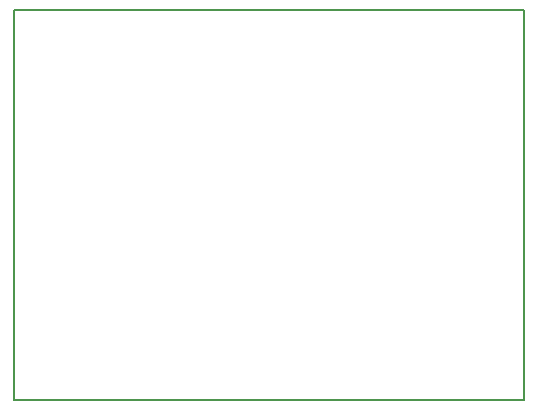
<source format=gm1>
G04 #@! TF.FileFunction,Profile,NP*
%FSLAX46Y46*%
G04 Gerber Fmt 4.6, Leading zero omitted, Abs format (unit mm)*
G04 Created by KiCad (PCBNEW 4.0.0-rc1-stable) date 11/7/2015 3:14:44 PM*
%MOMM*%
G01*
G04 APERTURE LIST*
%ADD10C,0.020000*%
%ADD11C,0.150000*%
G04 APERTURE END LIST*
D10*
D11*
X148590000Y-92710000D02*
X144780000Y-92710000D01*
X144780000Y-59690000D02*
X148590000Y-59690000D01*
X148590000Y-92710000D02*
X148590000Y-59690000D01*
X105410000Y-59690000D02*
X105410000Y-92710000D01*
X144780000Y-92710000D02*
X105410000Y-92710000D01*
X105410000Y-59690000D02*
X144780000Y-59690000D01*
M02*

</source>
